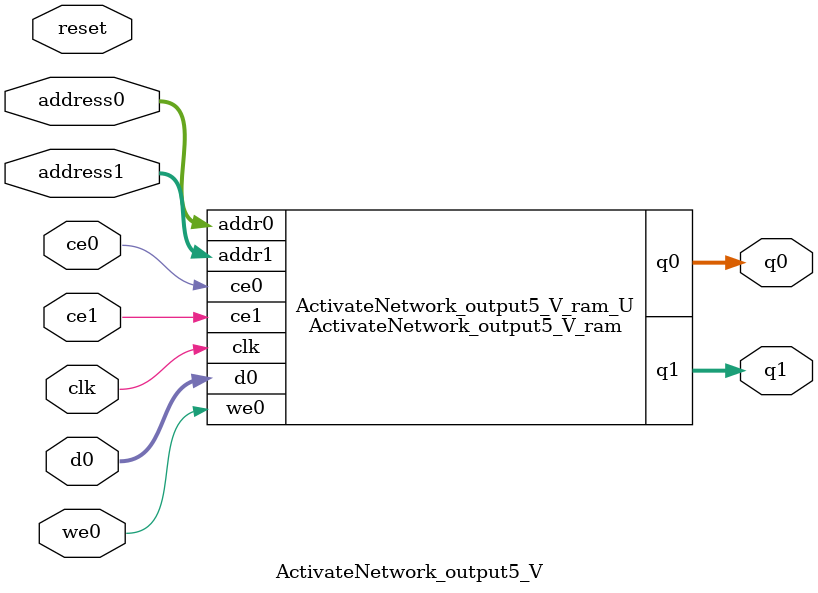
<source format=v>
`timescale 1 ns / 1 ps
module ActivateNetwork_output5_V_ram (addr0, ce0, d0, we0, q0, addr1, ce1, q1,  clk);

parameter DWIDTH = 8;
parameter AWIDTH = 10;
parameter MEM_SIZE = 576;

input[AWIDTH-1:0] addr0;
input ce0;
input[DWIDTH-1:0] d0;
input we0;
output reg[DWIDTH-1:0] q0;
input[AWIDTH-1:0] addr1;
input ce1;
output reg[DWIDTH-1:0] q1;
input clk;

(* ram_style = "block" *)reg [DWIDTH-1:0] ram[0:MEM_SIZE-1];




always @(posedge clk)  
begin 
    if (ce0) 
    begin
        if (we0) 
        begin 
            ram[addr0] <= d0; 
        end 
        q0 <= ram[addr0];
    end
end


always @(posedge clk)  
begin 
    if (ce1) 
    begin
        q1 <= ram[addr1];
    end
end


endmodule

`timescale 1 ns / 1 ps
module ActivateNetwork_output5_V(
    reset,
    clk,
    address0,
    ce0,
    we0,
    d0,
    q0,
    address1,
    ce1,
    q1);

parameter DataWidth = 32'd8;
parameter AddressRange = 32'd576;
parameter AddressWidth = 32'd10;
input reset;
input clk;
input[AddressWidth - 1:0] address0;
input ce0;
input we0;
input[DataWidth - 1:0] d0;
output[DataWidth - 1:0] q0;
input[AddressWidth - 1:0] address1;
input ce1;
output[DataWidth - 1:0] q1;



ActivateNetwork_output5_V_ram ActivateNetwork_output5_V_ram_U(
    .clk( clk ),
    .addr0( address0 ),
    .ce0( ce0 ),
    .we0( we0 ),
    .d0( d0 ),
    .q0( q0 ),
    .addr1( address1 ),
    .ce1( ce1 ),
    .q1( q1 ));

endmodule


</source>
